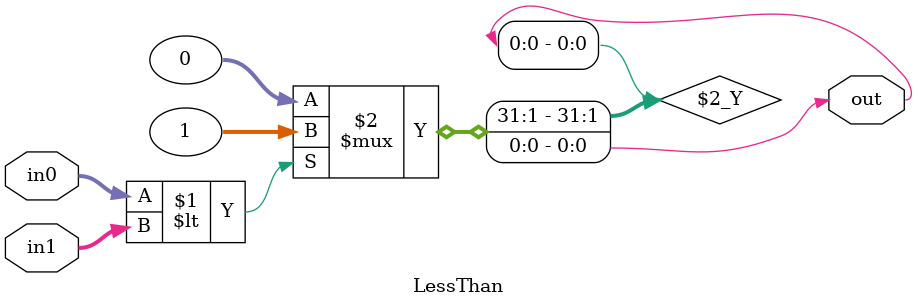
<source format=v>
module LessThan#(parameter W=16)
(
input [W-1:0] in0, in1,
output out
);
assign out = (in0<in1)?1:0;
endmodule 


</source>
